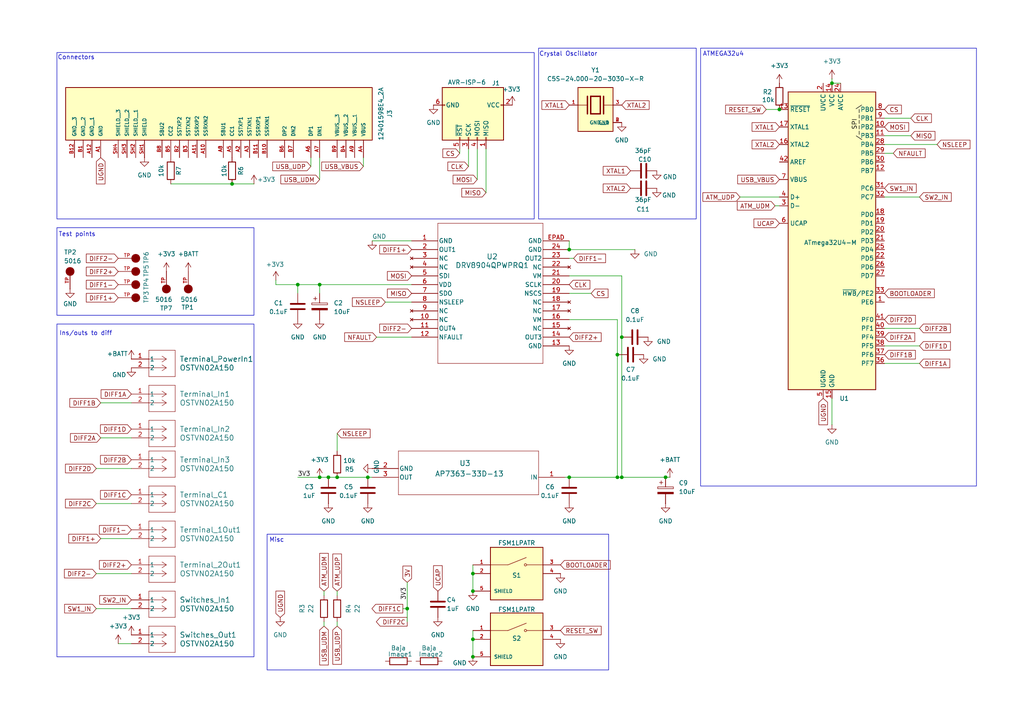
<source format=kicad_sch>
(kicad_sch (version 20250114) (generator "eeschema") (generator_version "9.0")
  (paper "A4")
  (title_block (title "Bucknell Baja Differential Control Board") (date "2025-05-19") (rev "1") (company "Bison Racing"))
  (lib_symbols
    (symbol "2025-05-10_19-18-56:DRV8904QPWPRQ1" (pin_names (offset 0.254))
      (property "Reference" "U" (at 22.86 10.16 0))
      (property "Value" "DRV8904QPWPRQ1" (at 22.86 7.62 0))
      (symbol "DRV8904QPWPRQ1_0_1"
        (pin power_out line (at 0 0 0) (length 7.62) (name "GND") (number "1"))
        (pin output line (at 0 -2.54 0) (length 7.62) (name "OUT1") (number "2"))
        (pin no_connect line (at 0 -5.08 0) (length 7.62) (name "NC") (number "3"))
        (pin no_connect line (at 0 -7.62 0) (length 7.62) (name "NC") (number "4"))
        (pin input line (at 0 -10.16 0) (length 7.62) (name "SDI") (number "5"))
        (pin power_in line (at 0 -12.7 0) (length 7.62) (name "VDD") (number "6"))
        (pin output line (at 0 -15.24 0) (length 7.62) (name "SDO") (number "7"))
        (pin input line (at 0 -17.78 0) (length 7.62) (name "NSLEEP") (number "8"))
        (pin no_connect line (at 0 -20.32 0) (length 7.62) (name "NC") (number "9"))
        (pin no_connect line (at 0 -22.86 0) (length 7.62) (name "NC") (number "10"))
        (pin output line (at 0 -25.4 0) (length 7.62) (name "OUT4") (number "11"))
        (pin output line (at 0 -27.94 0) (length 7.62) (name "NFAULT") (number "12"))
        (pin power_out line (at 45.72 0 180) (length 7.62) (name "GND") (number "EPAD"))
        (pin power_out line (at 45.72 -2.54 180) (length 7.62) (name "GND") (number "24"))
        (pin output line (at 45.72 -5.08 180) (length 7.62) (name "OUT2") (number "23"))
        (pin no_connect line (at 45.72 -7.62 180) (length 7.62) (name "NC") (number "22"))
        (pin power_in line (at 45.72 -10.16 180) (length 7.62) (name "VM") (number "21"))
        (pin input line (at 45.72 -12.7 180) (length 7.62) (name "SCLK") (number "20"))
        (pin input line (at 45.72 -15.24 180) (length 7.62) (name "NSCS") (number "19"))
        (pin no_connect line (at 45.72 -17.78 180) (length 7.62) (name "NC") (number "18"))
        (pin no_connect line (at 45.72 -20.32 180) (length 7.62) (name "NC") (number "17"))
        (pin power_in line (at 45.72 -22.86 180) (length 7.62) (name "VM") (number "16"))
        (pin no_connect line (at 45.72 -25.4 180) (length 7.62) (name "NC") (number "15"))
        (pin output line (at 45.72 -27.94 180) (length 7.62) (name "OUT3") (number "14"))
        (pin power_out line (at 45.72 -30.48 180) (length 7.62) (name "GND") (number "13"))
      )
    )
    (symbol "2025-05-12_01-07-32:AP7363-33D-13" (pin_names (offset 0.254))
      (property "Reference" "U" (at 27.94 10.16 0))
      (property "Value" "AP7363-33D-13" (at 27.94 7.62 0))
      (symbol "AP7363-33D-13_0_1"
        (pin input line (at 0 0 0) (length 7.62) (name "IN") (number "1"))
        (pin output line (at 55.88 0 180) (length 7.62) (name "OUT") (number "3"))
        (pin power_in line (at 55.88 -2.54 180) (length 7.62) (name "GND") (number "2"))
      )
    )
    (symbol "Connector:AVR-ISP-6" (pin_names (offset 1.016))
      (property "Reference" "J" (at -6.35 11.43 0))
      (property "Value" "AVR-ISP-6" (at 0 11.43 0))
      (symbol "AVR-ISP-6_1_1"
        (pin passive line (at -2.54 12.7 270) (length 2.54) (name "VCC") (number "2"))
        (pin passive line (at -2.54 -10.16 90) (length 2.54) (name "GND") (number "6"))
        (pin passive line (at 10.16 5.08 180) (length 2.54) (name "MISO") (number "1"))
        (pin passive line (at 10.16 2.54 180) (length 2.54) (name "MOSI") (number "4"))
        (pin passive line (at 10.16 0 180) (length 2.54) (name "SCK") (number "3"))
        (pin passive line (at 10.16 -2.54 180) (length 2.54) (name "~{RST}") (number "5"))
      )
    )
    (symbol "Device:C" (pin_numbers (hide yes)) (pin_names (offset 0.254))
      (property "Reference" "C" (at 0.635 2.54 0))
      (property "Value" "C" (at 0.635 -2.54 0))
      (symbol "C_1_1"
        (pin passive line (at 0 3.81 270) (length 2.794) (name "~") (number "1"))
        (pin passive line (at 0 -3.81 90) (length 2.794) (name "~") (number "2"))
      )
    )
    (symbol "Device:C_Polarized" (pin_numbers (hide yes)) (pin_names (offset 0.254))
      (property "Reference" "C" (at 0.635 2.54 0))
      (property "Value" "C_Polarized" (at 0.635 -2.54 0))
      (symbol "C_Polarized_1_1"
        (pin passive line (at 0 3.81 270) (length 2.794) (name "~") (number "1"))
        (pin passive line (at 0 -3.81 90) (length 2.794) (name "~") (number "2"))
      )
    )
    (symbol "Device:R" (pin_numbers (hide yes)) (pin_names (offset 0))
      (property "Reference" "R" (at 2.032 0 90))
      (property "Value" "R" (at 0 0 90))
      (symbol "R_1_1"
        (pin passive line (at 0 3.81 270) (length 1.27) (name "~") (number "1"))
        (pin passive line (at 0 -3.81 90) (length 1.27) (name "~") (number "2"))
      )
    )
    (symbol "MCU_Microchip_ATmega:ATmega32U4-M"
      (property "Reference" "U" (at -12.7 44.45 0))
      (property "Value" "ATmega32U4-M" (at 2.54 -44.45 0))
      (symbol "ATmega32U4-M_1_1"
        (pin input line (at -15.24 38.1 0) (length 2.54) (name "~{RESET}") (number "13"))
        (pin input line (at -15.24 33.02 0) (length 2.54) (name "XTAL1") (number "17"))
        (pin output line (at -15.24 27.94 0) (length 2.54) (name "XTAL2") (number "16"))
        (pin passive line (at -15.24 22.86 0) (length 2.54) (name "AREF") (number "42"))
        (pin input line (at -15.24 17.78 0) (length 2.54) (name "VBUS") (number "7"))
        (pin bidirectional line (at -15.24 12.7 0) (length 2.54) (name "D+") (number "4"))
        (pin bidirectional line (at -15.24 10.16 0) (length 2.54) (name "D-") (number "3"))
        (pin passive line (at -15.24 5.08 0) (length 2.54) (name "UCAP") (number "6"))
        (pin power_in line (at -2.54 45.72 270) (length 2.54) (name "UVCC") (number "2"))
        (pin passive line (at -2.54 -45.72 90) (length 2.54) (name "UGND") (number "5"))
        (pin power_in line (at 0 45.72 270) (length 2.54) (name "VCC") (number "14"))
        (pin passive line (at 0 45.72 270) (length 2.54) (hide yes) (name "VCC") (number "34"))
        (pin power_in line (at 0 -45.72 90) (length 2.54) (name "GND") (number "15"))
        (pin passive line (at 0 -45.72 90) (length 2.54) (hide yes) (name "GND") (number "23"))
        (pin passive line (at 0 -45.72 90) (length 2.54) (hide yes) (name "GND") (number "35"))
        (pin passive line (at 0 -45.72 90) (length 2.54) (hide yes) (name "GND") (number "43"))
        (pin passive line (at 0 -45.72 90) (length 2.54) (hide yes) (name "GND") (number "45"))
        (pin power_in line (at 2.54 45.72 270) (length 2.54) (name "AVCC") (number "24"))
        (pin passive line (at 2.54 45.72 270) (length 2.54) (hide yes) (name "AVCC") (number "44"))
        (pin bidirectional line (at 15.24 38.1 180) (length 2.54) (name "PB0") (number "8"))
        (pin bidirectional line (at 15.24 35.56 180) (length 2.54) (name "PB1") (number "9"))
        (pin bidirectional line (at 15.24 33.02 180) (length 2.54) (name "PB2") (number "10"))
        (pin bidirectional line (at 15.24 30.48 180) (length 2.54) (name "PB3") (number "11"))
        (pin bidirectional line (at 15.24 27.94 180) (length 2.54) (name "PB4") (number "28"))
        (pin bidirectional line (at 15.24 25.4 180) (length 2.54) (name "PB5") (number "29"))
        (pin bidirectional line (at 15.24 22.86 180) (length 2.54) (name "PB6") (number "30"))
        (pin bidirectional line (at 15.24 20.32 180) (length 2.54) (name "PB7") (number "12"))
        (pin bidirectional line (at 15.24 15.24 180) (length 2.54) (name "PC6") (number "31"))
        (pin bidirectional line (at 15.24 12.7 180) (length 2.54) (name "PC7") (number "32"))
        (pin bidirectional line (at 15.24 7.62 180) (length 2.54) (name "PD0") (number "18"))
        (pin bidirectional line (at 15.24 5.08 180) (length 2.54) (name "PD1") (number "19"))
        (pin bidirectional line (at 15.24 2.54 180) (length 2.54) (name "PD2") (number "20"))
        (pin bidirectional line (at 15.24 0 180) (length 2.54) (name "PD3") (number "21"))
        (pin bidirectional line (at 15.24 -2.54 180) (length 2.54) (name "PD4") (number "25"))
        (pin bidirectional line (at 15.24 -5.08 180) (length 2.54) (name "PD5") (number "22"))
        (pin bidirectional line (at 15.24 -7.62 180) (length 2.54) (name "PD6") (number "26"))
        (pin bidirectional line (at 15.24 -10.16 180) (length 2.54) (name "PD7") (number "27"))
        (pin bidirectional line (at 15.24 -15.24 180) (length 2.54) (name "~{HWB}/PE2") (number "33"))
        (pin bidirectional line (at 15.24 -17.78 180) (length 2.54) (name "PE6") (number "1"))
        (pin bidirectional line (at 15.24 -22.86 180) (length 2.54) (name "PF0") (number "41"))
        (pin bidirectional line (at 15.24 -25.4 180) (length 2.54) (name "PF1") (number "40"))
        (pin bidirectional line (at 15.24 -27.94 180) (length 2.54) (name "PF4") (number "39"))
        (pin bidirectional line (at 15.24 -30.48 180) (length 2.54) (name "PF5") (number "38"))
        (pin bidirectional line (at 15.24 -33.02 180) (length 2.54) (name "PF6") (number "37"))
        (pin bidirectional line (at 15.24 -35.56 180) (length 2.54) (name "PF7") (number "36"))
      )
    )
    (symbol "custom:12401598E4_2A" (pin_names (offset 1.016))
      (property "Reference" "J" (at -7.632 35.612 0))
      (property "Value" "12401598E4_2A" (at -7.6336 -61.0232 0))
      (symbol "12401598E4_2A_0_0"
        (pin power_in line (at 12.7 30.48 180) (length 5.08) (name "VBUS") (number "A4"))
        (pin power_in line (at 12.7 27.94 180) (length 5.08) (name "VBUS__1") (number "A9"))
        (pin power_in line (at 12.7 25.4 180) (length 5.08) (name "VBUS__2") (number "B4"))
        (pin power_in line (at 12.7 22.86 180) (length 5.08) (name "VBUS__3") (number "B9"))
        (pin passive line (at 12.7 17.78 180) (length 5.08) (name "DN1") (number "A7"))
        (pin passive line (at 12.7 15.24 180) (length 5.08) (name "DP1") (number "A6"))
        (pin passive line (at 12.7 10.16 180) (length 5.08) (name "DN2") (number "B7"))
        (pin passive line (at 12.7 7.62 180) (length 5.08) (name "DP2") (number "B6"))
        (pin passive line (at 12.7 2.54 180) (length 5.08) (name "SSRXN1") (number "B10"))
        (pin passive line (at 12.7 0 180) (length 5.08) (name "SSRXP1") (number "B11"))
        (pin passive line (at 12.7 -2.54 180) (length 5.08) (name "SSTXN1") (number "A3"))
        (pin passive line (at 12.7 -5.08 180) (length 5.08) (name "SSTXP1") (number "A2"))
        (pin passive line (at 12.7 -7.62 180) (length 5.08) (name "CC1") (number "A5"))
        (pin passive line (at 12.7 -10.16 180) (length 5.08) (name "SBU1") (number "A8"))
        (pin passive line (at 12.7 -15.24 180) (length 5.08) (name "SSRXN2") (number "A10"))
        (pin passive line (at 12.7 -17.78 180) (length 5.08) (name "SSRXP2") (number "A11"))
        (pin passive line (at 12.7 -20.32 180) (length 5.08) (name "SSTXN2") (number "B3"))
        (pin passive line (at 12.7 -22.86 180) (length 5.08) (name "SSTXP2") (number "B2"))
        (pin passive line (at 12.7 -25.4 180) (length 5.08) (name "CC2") (number "B5"))
        (pin passive line (at 12.7 -27.94 180) (length 5.08) (name "SBU2") (number "B8"))
        (pin power_in line (at 12.7 -33.02 180) (length 5.08) (name "SHIELD") (number "SH1"))
        (pin power_in line (at 12.7 -35.56 180) (length 5.08) (name "SHIELD__1") (number "SH2"))
        (pin power_in line (at 12.7 -38.1 180) (length 5.08) (name "SHIELD__2") (number "SH3"))
        (pin power_in line (at 12.7 -40.64 180) (length 5.08) (name "SHIELD__3") (number "SH4"))
        (pin power_in line (at 12.7 -45.72 180) (length 5.08) (name "GND") (number "A1"))
        (pin power_in line (at 12.7 -48.26 180) (length 5.08) (name "GND__1") (number "A12"))
        (pin power_in line (at 12.7 -50.8 180) (length 5.08) (name "GND__2") (number "B1"))
        (pin power_in line (at 12.7 -53.34 180) (length 5.08) (name "GND__3") (number "B12"))
      )
    )
    (symbol "custom:5016" (pin_names (offset 1.016))
      (property "Reference" "TP" (at -2.5444 2.5415 0))
      (property "Value" "5016" (at -2.55 -5.0866 0))
      (symbol "5016_0_0"
        (pin passive line (at -5.08 0 0) (length 5.08) (name "~") (number "TP"))
      )
    )
    (symbol "custom:C5S-24.000-20-3030-X-R" (pin_names (offset 1.016))
      (property "Reference" "Y" (at -5.0878 6.3559 0))
      (property "Value" "C5S-24.000-20-3030-X-R" (at -5.0944 -10.16 0))
      (symbol "C5S-24.000-20-3030-X-R_0_0"
        (pin passive line (at -7.62 0 0) (length 2.54) (name "~") (number "1"))
        (pin passive line (at 7.62 0 180) (length 2.54) (name "~") (number "3"))
        (pin power_in line (at 7.62 -5.08 180) (length 2.54) (name "GND") (number "2"))
        (pin power_in line (at 7.62 -5.08 180) (length 2.54) (name "GND__1") (number "4"))
      )
    )
    (symbol "custom:FSM1LPATR" (pin_names (offset 1.016))
      (property "Reference" "S" (at -7.62 6.35 0))
      (property "Value" "FSM1LPATR" (at -7.62 -12.7 0))
      (symbol "FSM1LPATR_0_0"
        (pin passive line (at -12.7 0 0) (length 5.08) (name "~") (number "1"))
        (pin passive line (at -12.7 -2.54 0) (length 5.08) (name "~") (number "2"))
        (pin passive line (at -12.7 -7.62 0) (length 5.08) (name "SHIELD") (number "5"))
        (pin passive line (at 12.7 0 180) (length 5.08) (name "~") (number "3"))
        (pin passive line (at 12.7 -2.54 180) (length 5.08) (name "~") (number "4"))
      )
    )
    (symbol "custom:OSTVN02A150" (pin_names (offset 0.254))
      (property "Reference" "J" (at 8.89 6.35 0))
      (property "Value" "OSTVN02A150" (at 6.35 3.81 0))
      (symbol "OSTVN02A150_1_1"
        (pin unspecified line (at 0 0 0) (length 5.08) (name "1") (number "1"))
        (pin unspecified line (at 0 -2.54 0) (length 5.08) (name "2") (number "2"))
      )
      (symbol "OSTVN02A150_1_2"
        (pin unspecified line (at 0 0 0) (length 5.08) (name "1") (number "1"))
        (pin unspecified line (at 0 -2.54 0) (length 5.08) (name "2") (number "2"))
      )
    )
    (symbol "power:+3V3" (power) (pin_numbers (hide yes)) (pin_names (offset 0) (hide yes))
      (property "Value" "+3V3" (at 0 3.556 0))
      (symbol "+3V3_1_1"
        (pin power_in line (at 0 0 90) (length 0) (name "~") (number "1"))
      )
    )
    (symbol "power:+BATT" (power) (pin_numbers (hide yes)) (pin_names (offset 0) (hide yes))
      (property "Value" "+BATT" (at 0 3.556 0))
      (symbol "+BATT_1_1"
        (pin power_in line (at 0 0 90) (length 0) (name "~") (number "1"))
      )
    )
    (symbol "power:GND" (power) (pin_numbers (hide yes)) (pin_names (offset 0) (hide yes))
      (property "Value" "GND" (at 0 -3.81 0))
      (symbol "GND_1_1"
        (pin power_in line (at 0 0 270) (length 0) (name "~") (number "1"))
      )
    )
  )
  (rectangle (start 77.47 154.94) (end 176.53 194.31))
  (rectangle (start 16.51 15.24) (end 154.94 63.5))
  (rectangle (start 156.21 13.97) (end 201.93 63.5))
  (rectangle (start 16.51 66.04) (end 73.66 91.44))
  (rectangle (start 16.51 93.98) (end 73.66 190.5))
  (rectangle (start 203.2 13.97) (end 283.21 140.97))
  (text "Misc" (at 80.264 156.718 0) (effects (font (size 1.27 1.27))))
  (text "Test points" (at 22.352 68.072 0) (effects (font (size 1.27 1.27))))
  (text "Ins/outs to diff" (at 24.892 96.774 0) (effects (font (size 1.27 1.27))))
  (text "Crystal Oscillator" (at 164.846 15.748 0) (effects (font (size 1.27 1.27))))
  (text "ATMEGA32u4" (at 209.804 15.748 0) (effects (font (size 1.27 1.27))))
  (text "Connectors" (at 22.098 16.764 0) (effects (font (size 1.27 1.27))))
  (junction (at 179.07 138.43))
  (junction (at 179.07 102.87))
  (junction (at 92.71 138.43))
  (junction (at 226.06 31.75))
  (junction (at 118.11 176.53))
  (junction (at 165.1 72.39))
  (junction (at 165.1 138.43))
  (junction (at 241.3 24.13))
  (junction (at 92.71 82.55))
  (junction (at 97.79 138.43))
  (junction (at 180.34 138.43))
  (junction (at 106.68 138.43))
  (junction (at 86.36 82.55))
  (junction (at 193.04 138.43))
  (junction (at 95.25 138.43))
  (junction (at 180.34 97.79))
  (junction (at 137.16 185.42))
  (junction (at 137.16 166.37))
  (junction (at 67.31 53.34))
  (junction (at 137.16 190.5))
  (junction (at 137.16 171.45))
  (wire (pts (xy 92.71 82.55) (xy 92.71 85.09)))
  (wire (pts (xy 264.16 34.29) (xy 256.54 34.29)))
  (wire (pts (xy 224.79 59.69) (xy 226.06 59.69)))
  (wire (pts (xy 165.1 80.01) (xy 180.34 80.01)))
  (wire (pts (xy 97.79 125.73) (xy 97.79 130.81)))
  (wire (pts (xy 92.71 52.07) (xy 92.71 45.72)))
  (wire (pts (xy 67.31 53.34) (xy 49.53 53.34)))
  (wire (pts (xy 140.97 55.88) (xy 140.97 43.18)))
  (wire (pts (xy 180.34 138.43) (xy 193.04 138.43)))
  (wire (pts (xy 133.35 44.45) (xy 133.35 43.18)))
  (wire (pts (xy 137.16 182.88) (xy 137.16 185.42)))
  (wire (pts (xy 193.04 138.43) (xy 194.31 138.43)))
  (wire (pts (xy 256.54 39.37) (xy 264.16 39.37)))
  (wire (pts (xy 266.7 57.15) (xy 256.54 57.15)))
  (wire (pts (xy 106.68 138.43) (xy 97.79 138.43)))
  (wire (pts (xy 105.41 48.26) (xy 105.41 45.72)))
  (wire (pts (xy 95.25 138.43) (xy 92.71 138.43)))
  (wire (pts (xy 266.7 100.33) (xy 256.54 100.33)))
  (wire (pts (xy 97.79 138.43) (xy 95.25 138.43)))
  (wire (pts (xy 90.17 48.26) (xy 90.17 45.72)))
  (wire (pts (xy 165.1 92.71) (xy 179.07 92.71)))
  (wire (pts (xy 92.71 82.55) (xy 119.38 82.55)))
  (wire (pts (xy 29.21 127) (xy 38.1 127)))
  (wire (pts (xy 29.21 156.21) (xy 38.1 156.21)))
  (wire (pts (xy 222.25 31.75) (xy 226.06 31.75)))
  (wire (pts (xy 137.16 163.83) (xy 137.16 166.37)))
  (wire (pts (xy 97.79 181.61) (xy 97.79 180.34)))
  (wire (pts (xy 138.43 52.07) (xy 138.43 43.18)))
  (wire (pts (xy 271.78 41.91) (xy 256.54 41.91)))
  (wire (pts (xy 93.98 172.72) (xy 93.98 171.45)))
  (wire (pts (xy 179.07 102.87) (xy 179.07 138.43)))
  (wire (pts (xy 179.07 138.43) (xy 180.34 138.43)))
  (wire (pts (xy 86.36 82.55) (xy 92.71 82.55)))
  (wire (pts (xy 27.94 146.05) (xy 38.1 146.05)))
  (wire (pts (xy 80.01 81.28) (xy 80.01 82.55)))
  (wire (pts (xy 93.98 181.61) (xy 93.98 180.34)))
  (wire (pts (xy 109.22 97.79) (xy 119.38 97.79)))
  (wire (pts (xy 34.29 186.69) (xy 38.1 186.69)))
  (wire (pts (xy 241.3 22.86) (xy 241.3 24.13)))
  (wire (pts (xy 29.21 116.84) (xy 38.1 116.84)))
  (wire (pts (xy 118.11 176.53) (xy 118.11 180.34)))
  (wire (pts (xy 73.66 53.34) (xy 67.31 53.34)))
  (wire (pts (xy 107.95 138.43) (xy 106.68 138.43)))
  (wire (pts (xy 116.84 176.53) (xy 118.11 176.53)))
  (wire (pts (xy 180.34 80.01) (xy 180.34 97.79)))
  (wire (pts (xy 137.16 166.37) (xy 137.16 171.45)))
  (wire (pts (xy 27.94 166.37) (xy 38.1 166.37)))
  (wire (pts (xy 266.7 105.41) (xy 256.54 105.41)))
  (wire (pts (xy 80.01 82.55) (xy 86.36 82.55)))
  (wire (pts (xy 165.1 74.93) (xy 166.37 74.93)))
  (wire (pts (xy 163.83 138.43) (xy 165.1 138.43)))
  (wire (pts (xy 111.76 87.63) (xy 119.38 87.63)))
  (wire (pts (xy 266.7 95.25) (xy 256.54 95.25)))
  (wire (pts (xy 86.36 82.55) (xy 86.36 85.09)))
  (wire (pts (xy 27.94 176.53) (xy 38.1 176.53)))
  (wire (pts (xy 171.45 85.09) (xy 165.1 85.09)))
  (wire (pts (xy 97.79 172.72) (xy 97.79 171.45)))
  (wire (pts (xy 27.94 135.89) (xy 38.1 135.89)))
  (wire (pts (xy 118.11 168.91) (xy 118.11 176.53)))
  (wire (pts (xy 184.15 72.39) (xy 165.1 72.39)))
  (wire (pts (xy 135.89 48.26) (xy 135.89 43.18)))
  (wire (pts (xy 241.3 123.19) (xy 241.3 115.57)))
  (wire (pts (xy 165.1 69.85) (xy 165.1 72.39)))
  (wire (pts (xy 214.63 57.15) (xy 226.06 57.15)))
  (wire (pts (xy 137.16 185.42) (xy 137.16 190.5)))
  (wire (pts (xy 256.54 44.45) (xy 259.08 44.45)))
  (wire (pts (xy 180.34 97.79) (xy 180.34 138.43)))
  (wire (pts (xy 179.07 92.71) (xy 179.07 102.87)))
  (wire (pts (xy 107.95 69.85) (xy 119.38 69.85)))
  (wire (pts (xy 165.1 138.43) (xy 179.07 138.43)))
  (wire (pts (xy 86.36 138.43) (xy 92.71 138.43)))
  (wire (pts (xy 241.3 24.13) (xy 243.84 24.13)))
  (label "/-----\\" (at 250.19 30.48 270))
  (label "3V3" (at 86.36 138.43 0))
  (label "SPI" (at 248.92 34.29 270))
  (label "3V3" (at 118.11 173.99 90))
  (global_label "DIFF2B" (shape input) (at 38.1 133.35 180) (property "Intersheetrefs" "${INTERSHEET_REFS}" (effects (hide yes))))
  (global_label "CLK" (shape input) (at 135.89 48.26 180) (property "Intersheetrefs" "${INTERSHEET_REFS}" (effects (hide yes))))
  (global_label "RESET_SW" (shape input) (at 162.56 182.88 0) (property "Intersheetrefs" "${INTERSHEET_REFS}" (effects (hide yes))))
  (global_label "DIFF2B" (shape input) (at 266.7 95.25 0) (property "Intersheetrefs" "${INTERSHEET_REFS}" (effects (hide yes))))
  (global_label "CLK" (shape input) (at 165.1 82.55 0) (property "Intersheetrefs" "${INTERSHEET_REFS}" (effects (hide yes))))
  (global_label "UCAP" (shape input) (at 226.06 64.77 180) (property "Intersheetrefs" "${INTERSHEET_REFS}" (effects (hide yes))))
  (global_label "DIFF2A" (shape input) (at 29.21 127 180) (property "Intersheetrefs" "${INTERSHEET_REFS}" (effects (hide yes))))
  (global_label "USB_UDM" (shape input) (at 92.71 52.07 180) (property "Intersheetrefs" "${INTERSHEET_REFS}" (effects (hide yes))))
  (global_label "DIFF2+" (shape input) (at 38.1 163.83 180) (property "Intersheetrefs" "${INTERSHEET_REFS}" (effects (hide yes))))
  (global_label "RESET_SW" (shape input) (at 222.25 31.75 180) (property "Intersheetrefs" "${INTERSHEET_REFS}" (effects (hide yes))))
  (global_label "NSLEEP" (shape input) (at 271.78 41.91 0) (property "Intersheetrefs" "${INTERSHEET_REFS}" (effects (hide yes))))
  (global_label "XTAL2" (shape input) (at 226.06 41.91 180) (property "Intersheetrefs" "${INTERSHEET_REFS}" (effects (hide yes))))
  (global_label "XTAL2" (shape input) (at 182.88 54.61 180) (property "Intersheetrefs" "${INTERSHEET_REFS}" (effects (hide yes))))
  (global_label "DIFF2+" (shape input) (at 165.1 97.79 0) (property "Intersheetrefs" "${INTERSHEET_REFS}" (effects (hide yes))))
  (global_label "USB_UDP" (shape input) (at 90.17 48.26 180) (property "Intersheetrefs" "${INTERSHEET_REFS}" (effects (hide yes))))
  (global_label "DIFF1C" (shape output) (at 116.84 176.53 180) (property "Intersheetrefs" "${INTERSHEET_REFS}" (effects (hide yes))))
  (global_label "USB_VBUS" (shape input) (at 226.06 52.07 180) (property "Intersheetrefs" "${INTERSHEET_REFS}" (effects (hide yes))))
  (global_label "DIFF1B" (shape input) (at 29.21 116.84 180) (property "Intersheetrefs" "${INTERSHEET_REFS}" (effects (hide yes))))
  (global_label "MISO" (shape input) (at 140.97 55.88 180) (property "Intersheetrefs" "${INTERSHEET_REFS}" (effects (hide yes))))
  (global_label "DIFF1B" (shape input) (at 256.54 102.87 0) (property "Intersheetrefs" "${INTERSHEET_REFS}" (effects (hide yes))))
  (global_label "MOSI" (shape input) (at 256.54 36.83 0) (property "Intersheetrefs" "${INTERSHEET_REFS}" (effects (hide yes))))
  (global_label "XTAL1" (shape input) (at 165.1 30.48 180) (property "Intersheetrefs" "${INTERSHEET_REFS}" (effects (hide yes))))
  (global_label "DIFF2C" (shape output) (at 118.11 180.34 180) (property "Intersheetrefs" "${INTERSHEET_REFS}" (effects (hide yes))))
  (global_label "DIFF2+" (shape input) (at 34.29 78.74 180) (property "Intersheetrefs" "${INTERSHEET_REFS}" (effects (hide yes))))
  (global_label "NFAULT" (shape input) (at 109.22 97.79 180) (property "Intersheetrefs" "${INTERSHEET_REFS}" (effects (hide yes))))
  (global_label "XTAL2" (shape input) (at 180.34 30.48 0) (property "Intersheetrefs" "${INTERSHEET_REFS}" (effects (hide yes))))
  (global_label "DIFF1C" (shape input) (at 38.1 143.51 180) (property "Intersheetrefs" "${INTERSHEET_REFS}" (effects (hide yes))))
  (global_label "XTAL1" (shape input) (at 226.06 36.83 180) (property "Intersheetrefs" "${INTERSHEET_REFS}" (effects (hide yes))))
  (global_label "UGND" (shape input) (at 238.76 115.57 270) (property "Intersheetrefs" "${INTERSHEET_REFS}" (effects (hide yes))))
  (global_label "CS" (shape input) (at 171.45 85.09 0) (property "Intersheetrefs" "${INTERSHEET_REFS}" (effects (hide yes))))
  (global_label "ATM_UDP" (shape input) (at 214.63 57.15 180) (property "Intersheetrefs" "${INTERSHEET_REFS}" (effects (hide yes))))
  (global_label "NFAULT" (shape input) (at 259.08 44.45 0) (property "Intersheetrefs" "${INTERSHEET_REFS}" (effects (hide yes))))
  (global_label "DIFF1+" (shape input) (at 119.38 72.39 180) (property "Intersheetrefs" "${INTERSHEET_REFS}" (effects (hide yes))))
  (global_label "3V" (shape input) (at 118.11 168.91 90) (property "Intersheetrefs" "${INTERSHEET_REFS}" (effects (hide yes))))
  (global_label "MOSI" (shape input) (at 138.43 52.07 180) (property "Intersheetrefs" "${INTERSHEET_REFS}" (effects (hide yes))))
  (global_label "DIFF2C" (shape input) (at 27.94 146.05 180) (property "Intersheetrefs" "${INTERSHEET_REFS}" (effects (hide yes))))
  (global_label "ATM_UDP" (shape input) (at 97.79 171.45 90) (property "Intersheetrefs" "${INTERSHEET_REFS}" (effects (hide yes))))
  (global_label "DIFF2A" (shape input) (at 256.54 97.79 0) (property "Intersheetrefs" "${INTERSHEET_REFS}" (effects (hide yes))))
  (global_label "DIFF2-" (shape input) (at 27.94 166.37 180) (property "Intersheetrefs" "${INTERSHEET_REFS}" (effects (hide yes))))
  (global_label "CLK" (shape input) (at 264.16 34.29 0) (property "Intersheetrefs" "${INTERSHEET_REFS}" (effects (hide yes))))
  (global_label "UGND" (shape input) (at 29.21 45.72 270) (property "Intersheetrefs" "${INTERSHEET_REFS}" (effects (hide yes))))
  (global_label "ATM_UDM" (shape input) (at 224.79 59.69 180) (property "Intersheetrefs" "${INTERSHEET_REFS}" (effects (hide yes))))
  (global_label "USB_UDM" (shape input) (at 93.98 181.61 270) (property "Intersheetrefs" "${INTERSHEET_REFS}" (effects (hide yes))))
  (global_label "UGND" (shape input) (at 81.28 179.07 90) (property "Intersheetrefs" "${INTERSHEET_REFS}" (effects (hide yes))))
  (global_label "DIFF2D" (shape input) (at 256.54 92.71 0) (property "Intersheetrefs" "${INTERSHEET_REFS}" (effects (hide yes))))
  (global_label "DIFF1D" (shape input) (at 38.1 124.46 180) (property "Intersheetrefs" "${INTERSHEET_REFS}" (effects (hide yes))))
  (global_label "NSLEEP" (shape input) (at 111.76 87.63 180) (property "Intersheetrefs" "${INTERSHEET_REFS}" (effects (hide yes))))
  (global_label "DIFF2-" (shape input) (at 34.29 74.93 180) (property "Intersheetrefs" "${INTERSHEET_REFS}" (effects (hide yes))))
  (global_label "DIFF1-" (shape input) (at 34.29 82.55 180) (property "Intersheetrefs" "${INTERSHEET_REFS}" (effects (hide yes))))
  (global_label "DIFF2D" (shape input) (at 27.94 135.89 180) (property "Intersheetrefs" "${INTERSHEET_REFS}" (effects (hide yes))))
  (global_label "UCAP" (shape input) (at 127 171.45 90) (property "Intersheetrefs" "${INTERSHEET_REFS}" (effects (hide yes))))
  (global_label "MISO" (shape input) (at 119.38 85.09 180) (property "Intersheetrefs" "${INTERSHEET_REFS}" (effects (hide yes))))
  (global_label "SW2_IN" (shape input) (at 266.7 57.15 0) (property "Intersheetrefs" "${INTERSHEET_REFS}" (effects (hide yes))))
  (global_label "BOOTLOADER" (shape input) (at 256.54 85.09 0) (property "Intersheetrefs" "${INTERSHEET_REFS}" (effects (hide yes))))
  (global_label "DIFF1D" (shape input) (at 266.7 100.33 0) (property "Intersheetrefs" "${INTERSHEET_REFS}" (effects (hide yes))))
  (global_label "SW1_IN" (shape input) (at 256.54 54.61 0) (property "Intersheetrefs" "${INTERSHEET_REFS}" (effects (hide yes))))
  (global_label "SW2_IN" (shape input) (at 38.1 173.99 180) (property "Intersheetrefs" "${INTERSHEET_REFS}" (effects (hide yes))))
  (global_label "DIFF1+" (shape input) (at 29.21 156.21 180) (property "Intersheetrefs" "${INTERSHEET_REFS}" (effects (hide yes))))
  (global_label "DIFF1-" (shape input) (at 166.37 74.93 0) (property "Intersheetrefs" "${INTERSHEET_REFS}" (effects (hide yes))))
  (global_label "XTAL1" (shape input) (at 182.88 49.53 180) (property "Intersheetrefs" "${INTERSHEET_REFS}" (effects (hide yes))))
  (global_label "DIFF1A" (shape input) (at 266.7 105.41 0) (property "Intersheetrefs" "${INTERSHEET_REFS}" (effects (hide yes))))
  (global_label "NSLEEP" (shape input) (at 97.79 125.73 0) (property "Intersheetrefs" "${INTERSHEET_REFS}" (effects (hide yes))))
  (global_label "USB_UDP" (shape input) (at 97.79 181.61 270) (property "Intersheetrefs" "${INTERSHEET_REFS}" (effects (hide yes))))
  (global_label "DIFF2-" (shape input) (at 119.38 95.25 180) (property "Intersheetrefs" "${INTERSHEET_REFS}" (effects (hide yes))))
  (global_label "DIFF1-" (shape input) (at 38.1 153.67 180) (property "Intersheetrefs" "${INTERSHEET_REFS}" (effects (hide yes))))
  (global_label "SW1_IN" (shape input) (at 27.94 176.53 180) (property "Intersheetrefs" "${INTERSHEET_REFS}" (effects (hide yes))))
  (global_label "DIFF1A" (shape input) (at 38.1 114.3 180) (property "Intersheetrefs" "${INTERSHEET_REFS}" (effects (hide yes))))
  (global_label "DIFF1+" (shape input) (at 34.29 86.36 180) (property "Intersheetrefs" "${INTERSHEET_REFS}" (effects (hide yes))))
  (global_label "BOOTLOADER" (shape input) (at 162.56 163.83 0) (property "Intersheetrefs" "${INTERSHEET_REFS}" (effects (hide yes))))
  (global_label "ATM_UDM" (shape input) (at 93.98 171.45 90) (property "Intersheetrefs" "${INTERSHEET_REFS}" (effects (hide yes))))
  (global_label "CS" (shape input) (at 256.54 31.75 0) (property "Intersheetrefs" "${INTERSHEET_REFS}" (effects (hide yes))))
  (global_label "MISO" (shape input) (at 264.16 39.37 0) (property "Intersheetrefs" "${INTERSHEET_REFS}" (effects (hide yes))))
  (global_label "CS" (shape input) (at 133.35 44.45 180) (property "Intersheetrefs" "${INTERSHEET_REFS}" (effects (hide yes))))
  (global_label "MOSI" (shape input) (at 119.38 80.01 180) (property "Intersheetrefs" "${INTERSHEET_REFS}" (effects (hide yes))))
  (global_label "USB_VBUS" (shape input) (at 105.41 48.26 180) (property "Intersheetrefs" "${INTERSHEET_REFS}" (effects (hide yes))))
  (symbol (lib_id "power:GND") (at 137.16 190.5 0) (unit 1)
    (property "Reference" "#PWR041" (effects (hide yes)))
    (property "Value" "GND" (at 135.382 192.278 0) (effects (justify right)))
    (property "Description" "Power symbol creates a global label with name \"GND\" , ground" (effects (hide yes)))
  )
  (symbol (lib_id "power:+3V3") (at 73.66 53.34 0) (unit 1)
    (property "Reference" "#PWR028" (effects (hide yes)))
    (property "Value" "+3V3" (at 77.216 52.07 0))
    (property "Description" "Power symbol creates a global label with name \"+3V3\"" (effects (hide yes)))
  )
  (symbol (lib_id "custom:OSTVN02A150") (at 38.1 173.99 0) (unit 1)
    (property "Reference" "Switches_In1" (at 52.07 173.9899 0) (effects (font (size 1.524 1.524)) (justify left)))
    (property "Value" "OSTVN02A150" (at 52.07 176.5299 0) (effects (font (size 1.524 1.524)) (justify left)))
    (property "Footprint" "CONN_OSTVN02A150_OST" (effects (hide yes)))
    (property "Datasheet" "OSTVN02A150" (effects (hide yes)))
  )
  (symbol (lib_id "Device:C") (at 182.88 102.87 90) (unit 1)
    (property "Reference" "C7" (at 182.88 107.188 90))
    (property "Value" "0.1uF" (at 182.88 109.728 90))
    (property "Footprint" "Capacitor_SMD:C_0805_2012Metric" (effects (hide yes)))
    (property "Description" "Unpolarized capacitor" (effects (hide yes)))
  )
  (symbol (lib_id "2025-05-12_01-07-32:AP7363-33D-13") (at 163.83 138.43 180) (unit 1)
    (property "Reference" "U3" (at 134.874 134.366 0) (effects (font (size 1.524 1.524))))
    (property "Value" "AP7363-33D-13" (at 136.144 137.414 0) (effects (font (size 1.524 1.524))))
    (property "Footprint" "Package_TO_SOT_SMD:TO-252-2" (effects (hide yes)))
    (property "Datasheet" "AP7363-33D-13" (effects (hide yes)))
  )
  (symbol (lib_id "custom:5016") (at 39.37 86.36 0) (unit 1)
    (property "Reference" "TP3" (at 42.418 84.328 90) (effects (justify right)))
    (property "Value" "5016" (effects (hide yes)))
    (property "Footprint" "custom:KEYSTONE_5016" (effects (hide yes)))
    (property "PARTREV" "D" (effects (hide yes)))
    (property "STANDARD" "Manufacturer Recommendations" (effects (hide yes)))
    (property "SNAPEDA_PN" "5016" (effects (hide yes)))
    (property "MAXIMUM_PACKAGE_HEIGHT" "2.29 mm" (effects (hide yes)))
    (property "MANUFACTURER" "Keystone Electronics" (effects (hide yes)))
  )
  (symbol (lib_id "MCU_Microchip_ATmega:ATmega32U4-M") (at 241.3 69.85 0) (unit 1)
    (property "Reference" "U1" (at 243.4941 115.57 0) (effects (justify left)))
    (property "Value" "ATmega32U4-M" (at 233.172 70.358 0) (effects (justify left)))
    (property "Footprint" "Package_DFN_QFN:QFN-44-1EP_7x7mm_P0.5mm_EP5.2x5.2mm" (effects (hide yes)))
    (property "Datasheet" "http://ww1.microchip.com/downloads/en/DeviceDoc/Atmel-7766-8-bit-AVR-ATmega16U4-32U4_Datasheet.pdf" (effects (hide yes)))
    (property "Description" "16MHz, 32kB Flash, 2.5kB SRAM, 1kB EEPROM, USB 2.0, QFN-44" (effects (hide yes)))
  )
  (symbol (lib_id "Device:R") (at 226.06 27.94 180) (unit 1)
    (property "Reference" "R2" (at 221.234 26.67 0) (effects (justify right)))
    (property "Value" "10k" (at 220.98 28.956 0) (effects (justify right)))
    (property "Footprint" "Resistor_SMD:R_0805_2012Metric" (effects (hide yes)))
    (property "Description" "Resistor" (effects (hide yes)))
  )
  (symbol (lib_id "power:+3V3") (at 80.01 81.28 0) (unit 1)
    (property "Reference" "#PWR010" (effects (hide yes)))
    (property "Value" "+3V3" (at 79.756 76.708 0))
    (property "Description" "Power symbol creates a global label with name \"+3V3\"" (effects (hide yes)))
  )
  (symbol (lib_id "power:GND") (at 165.1 100.33 0) (unit 1)
    (property "Reference" "#PWR019" (effects (hide yes)))
    (property "Value" "GND" (at 165.1 105.41 0))
    (property "Description" "Power symbol creates a global label with name \"GND\" , ground" (effects (hide yes)))
  )
  (symbol (lib_id "power:GND") (at 190.5 54.61 0) (unit 1)
    (property "Reference" "#PWR030" (effects (hide yes)))
    (property "Value" "GND" (at 194.056 56.642 0))
    (property "Description" "Power symbol creates a global label with name \"GND\" , ground" (effects (hide yes)))
  )
  (symbol (lib_id "power:+BATT") (at 194.31 138.43 0) (unit 1)
    (property "Reference" "#PWR025" (effects (hide yes)))
    (property "Value" "+BATT" (at 194.31 133.35 0))
    (property "Description" "Power symbol creates a global label with name \"+BATT\"" (effects (hide yes)))
  )
  (symbol (lib_id "power:GND") (at 125.73 30.48 0) (unit 1)
    (property "Reference" "#PWR02" (effects (hide yes)))
    (property "Value" "GND" (at 125.73 35.56 0))
    (property "Description" "Power symbol creates a global label with name \"GND\" , ground" (effects (hide yes)))
  )
  (symbol (lib_id "power:GND") (at 184.15 72.39 0) (unit 1)
    (property "Reference" "#PWR021" (effects (hide yes)))
    (property "Value" "GND" (at 186.69 73.6599 0) (effects (justify left)))
    (property "Description" "Power symbol creates a global label with name \"GND\" , ground" (effects (hide yes)))
  )
  (symbol (lib_id "Device:C") (at 186.69 54.61 90) (unit 1)
    (property "Reference" "C11" (at 188.468 60.706 90) (effects (justify left)))
    (property "Value" "36pF" (at 188.976 57.912 90) (effects (justify left)))
    (property "Footprint" "Capacitor_SMD:C_0805_2012Metric" (effects (hide yes)))
    (property "Description" "Unpolarized capacitor" (effects (hide yes)))
  )
  (symbol (lib_id "Device:C") (at 186.69 49.53 90) (unit 1)
    (property "Reference" "C10" (at 188.976 46.228 90) (effects (justify left)))
    (property "Value" "36pF" (at 188.976 43.688 90) (effects (justify left)))
    (property "Footprint" "Capacitor_SMD:C_0805_2012Metric" (effects (hide yes)))
    (property "Description" "Unpolarized capacitor" (effects (hide yes)))
  )
  (symbol (lib_id "Device:R") (at 67.31 49.53 0) (unit 1)
    (property "Reference" "R6" (at 69.85 49.53 90))
    (property "Value" "10k" (at 65.024 49.53 90))
    (property "Footprint" "Resistor_SMD:R_0805_2012Metric" (effects (hide yes)))
    (property "Description" "Resistor" (effects (hide yes)))
  )
  (symbol (lib_id "2025-05-10_19-18-56:DRV8904QPWPRQ1") (at 119.38 69.85 0) (unit 1)
    (property "Reference" "U2" (at 142.748 74.422 0) (effects (font (size 1.524 1.524))))
    (property "Value" "DRV8904QPWPRQ1" (at 142.748 76.962 0) (effects (font (size 1.524 1.524))))
    (property "Footprint" "custom:HTSSOP24_PWP_TEX" (effects (hide yes)))
    (property "Datasheet" "DRV8904QPWPRQ1" (effects (hide yes)))
  )
  (symbol (lib_id "power:GND") (at 38.1 106.68 0) (unit 1)
    (property "Reference" "#PWR05" (effects (hide yes)))
    (property "Value" "GND" (at 32.512 108.712 0) (effects (justify left)))
    (property "Description" "Power symbol creates a global label with name \"GND\" , ground" (effects (hide yes)))
  )
  (symbol (lib_id "Device:C") (at 95.25 142.24 0) (unit 1)
    (property "Reference" "C3" (at 89.662 141.224 0))
    (property "Value" "1uF" (at 89.662 143.764 0))
    (property "Footprint" "Capacitor_SMD:C_0805_2012Metric" (effects (hide yes)))
    (property "Description" "Unpolarized capacitor" (effects (hide yes)))
  )
  (symbol (lib_id "power:GND") (at 165.1 146.05 0) (unit 1)
    (property "Reference" "#PWR020" (effects (hide yes)))
    (property "Value" "GND" (at 167.132 151.13 0) (effects (justify right)))
    (property "Description" "Power symbol creates a global label with name \"GND\" , ground" (effects (hide yes)))
  )
  (symbol (lib_id "power:GND") (at 81.28 179.07 0) (unit 1)
    (property "Reference" "#PWR026" (effects (hide yes)))
    (property "Value" "GND" (at 81.28 184.15 0))
    (property "Description" "Power symbol creates a global label with name \"GND\" , ground" (effects (hide yes)))
  )
  (symbol (lib_id "custom:OSTVN02A150") (at 38.1 153.67 0) (unit 1)
    (property "Reference" "Terminal_1Out1" (at 52.07 153.6699 0) (effects (font (size 1.524 1.524)) (justify left)))
    (property "Value" "OSTVN02A150" (at 52.07 156.2099 0) (effects (font (size 1.524 1.524)) (justify left)))
    (property "Footprint" "CONN_OSTVN02A150_OST" (effects (hide yes)))
    (property "Datasheet" "OSTVN02A150" (effects (hide yes)))
  )
  (symbol (lib_id "power:+3V3") (at 241.3 22.86 0) (unit 1)
    (property "Reference" "#PWR08" (effects (hide yes)))
    (property "Value" "+3V3" (at 241.3 17.78 0))
    (property "Description" "Power symbol creates a global label with name \"+3V3\"" (effects (hide yes)))
  )
  (symbol (lib_id "custom:OSTVN02A150") (at 38.1 114.3 0) (unit 1)
    (property "Reference" "Terminal_In1" (at 52.07 114.2999 0) (effects (font (size 1.524 1.524)) (justify left)))
    (property "Value" "OSTVN02A150" (at 52.07 116.8399 0) (effects (font (size 1.524 1.524)) (justify left)))
    (property "Footprint" "CONN_OSTVN02A150_OST" (effects (hide yes)))
    (property "Datasheet" "OSTVN02A150" (effects (hide yes)))
  )
  (symbol (lib_id "power:+3V3") (at 38.1 184.15 0) (unit 1)
    (property "Reference" "#PWR032" (effects (hide yes)))
    (property "Value" "+3V3" (at 38.1 179.07 0))
    (property "Description" "Power symbol creates a global label with name \"+3V3\"" (effects (hide yes)))
  )
  (symbol (lib_id "power:GND") (at 86.36 92.71 0) (unit 1)
    (property "Reference" "#PWR011" (effects (hide yes)))
    (property "Value" "GND" (at 88.392 97.79 0) (effects (justify right)))
    (property "Description" "Power symbol creates a global label with name \"GND\" , ground" (effects (hide yes)))
  )
  (symbol (lib_id "custom:5016") (at 54.61 83.82 270) (unit 1)
    (property "Reference" "TP1" (at 52.578 89.154 90) (effects (justify left)))
    (property "Value" "5016" (at 52.324 86.868 90) (effects (justify left)))
    (property "Footprint" "custom:KEYSTONE_5016" (effects (hide yes)))
    (property "PARTREV" "D" (effects (hide yes)))
    (property "STANDARD" "Manufacturer Recommendations" (effects (hide yes)))
    (property "SNAPEDA_PN" "5016" (effects (hide yes)))
    (property "MAXIMUM_PACKAGE_HEIGHT" "2.29 mm" (effects (hide yes)))
    (property "MANUFACTURER" "Keystone Electronics" (effects (hide yes)))
  )
  (symbol (lib_id "Device:C_Polarized") (at 92.71 88.9 0) (unit 1)
    (property "Reference" "C2" (at 96.774 87.884 0) (effects (justify left)))
    (property "Value" "10uF" (at 96.774 90.424 0) (effects (justify left)))
    (property "Footprint" "Capacitor_SMD:C_0805_2012Metric" (effects (hide yes)))
    (property "Description" "Polarized capacitor" (effects (hide yes)))
  )
  (symbol (lib_id "custom:12401598E4_2A") (at 74.93 33.02 270) (unit 1)
    (property "Reference" "J3" (at 113.03 33.02 0))
    (property "Value" "12401598E4_2A" (at 110.49 33.02 0))
    (property "Footprint" "custom:AMPHENOL_USBC" (effects (hide yes)))
    (property "PARTREV" "4" (effects (hide yes)))
    (property "STANDARD" "Manufacturer Recommendations" (effects (hide yes)))
    (property "MAXIMUM_PACKAGE_HEIGHT" "3.43mm" (effects (hide yes)))
    (property "MANUFACTURER" "Amphenol" (effects (hide yes)))
  )
  (symbol (lib_id "power:GND") (at 107.95 135.89 270) (unit 1)
    (property "Reference" "#PWR018" (effects (hide yes)))
    (property "Value" "GND" (at 109.22 137.414 0) (effects (justify right)))
    (property "Description" "Power symbol creates a global label with name \"GND\" , ground" (effects (hide yes)))
  )
  (symbol (lib_id "custom:5016") (at 39.37 74.93 0) (unit 1)
    (property "Reference" "TP6" (at 42.418 72.898 90) (effects (justify right)))
    (property "Value" "5016" (effects (hide yes)))
    (property "Footprint" "custom:KEYSTONE_5016" (effects (hide yes)))
    (property "PARTREV" "D" (effects (hide yes)))
    (property "STANDARD" "Manufacturer Recommendations" (effects (hide yes)))
    (property "SNAPEDA_PN" "5016" (effects (hide yes)))
    (property "MAXIMUM_PACKAGE_HEIGHT" "2.29 mm" (effects (hide yes)))
    (property "MANUFACTURER" "Keystone Electronics" (effects (hide yes)))
  )
  (symbol (lib_id "custom:OSTVN02A150") (at 38.1 163.83 0) (unit 1)
    (property "Reference" "Terminal_2Out1" (at 52.07 163.8299 0) (effects (font (size 1.524 1.524)) (justify left)))
    (property "Value" "OSTVN02A150" (at 52.07 166.3699 0) (effects (font (size 1.524 1.524)) (justify left)))
    (property "Footprint" "CONN_OSTVN02A150_OST" (effects (hide yes)))
    (property "Datasheet" "OSTVN02A150" (effects (hide yes)))
  )
  (symbol (lib_id "Device:C") (at 86.36 88.9 0) (unit 1)
    (property "Reference" "C1" (at 80.772 87.884 0))
    (property "Value" "0.1uF" (at 80.772 90.424 0))
    (property "Footprint" "Capacitor_SMD:C_0805_2012Metric" (effects (hide yes)))
    (property "Description" "Unpolarized capacitor" (effects (hide yes)))
  )
  (symbol (lib_id "custom:C5S-24.000-20-3030-X-R") (at 172.72 30.48 0) (unit 1)
    (property "Reference" "Y1" (at 172.72 20.32 0))
    (property "Value" "C5S-24.000-20-3030-X-R" (at 172.72 22.86 0))
    (property "Footprint" "custom:XTAL_C5S-24.000-20-3030-X-R" (effects (hide yes)))
    (property "PARTREV" "August 01, 2022" (effects (hide yes)))
    (property "MANUFACTURER" "Aker" (effects (hide yes)))
    (property "MAXIMUM_PACKAGE_HEIGHT" "1.0mm" (effects (hide yes)))
    (property "STANDARD" "Manufacturer Recommendations" (effects (hide yes)))
  )
  (symbol (lib_id "Device:R") (at 97.79 176.53 180) (unit 1)
    (property "Reference" "R4" (at 101.092 176.53 90))
    (property "Value" "22" (at 103.632 176.53 90))
    (property "Footprint" "Resistor_SMD:R_0805_2012Metric" (effects (hide yes)))
    (property "Description" "Resistor" (effects (hide yes)))
  )
  (symbol (lib_id "Device:C") (at 165.1 142.24 0) (unit 1)
    (property "Reference" "C6" (at 159.512 141.224 0))
    (property "Value" "0.1uF" (at 159.512 143.764 0))
    (property "Footprint" "Capacitor_SMD:C_0805_2012Metric" (effects (hide yes)))
    (property "Description" "Unpolarized capacitor" (effects (hide yes)))
  )
  (symbol (lib_id "power:GND") (at 193.04 146.05 0) (unit 1)
    (property "Reference" "#PWR024" (effects (hide yes)))
    (property "Value" "GND" (at 193.04 151.13 0))
    (property "Description" "Power symbol creates a global label with name \"GND\" , ground" (effects (hide yes)))
  )
  (symbol (lib_id "power:+3V3") (at 48.26 78.74 0) (unit 1)
    (property "Reference" "#PWR06" (effects (hide yes)))
    (property "Value" "+3V3" (at 48.26 73.66 0))
    (property "Description" "Power symbol creates a global label with name \"+3V3\"" (effects (hide yes)))
  )
  (symbol (lib_id "power:+3V3") (at 34.29 186.69 0) (unit 1)
    (property "Reference" "#PWR033" (effects (hide yes)))
    (property "Value" "+3V3" (at 34.29 181.61 0))
    (property "Description" "Power symbol creates a global label with name \"+3V3\"" (effects (hide yes)))
  )
  (symbol (lib_id "custom:OSTVN02A150") (at 38.1 124.46 0) (unit 1)
    (property "Reference" "Terminal_In2" (at 52.07 124.4599 0) (effects (font (size 1.524 1.524)) (justify left)))
    (property "Value" "OSTVN02A150" (at 52.07 126.9999 0) (effects (font (size 1.524 1.524)) (justify left)))
    (property "Footprint" "CONN_OSTVN02A150_OST" (effects (hide yes)))
    (property "Datasheet" "OSTVN02A150" (effects (hide yes)))
  )
  (symbol (lib_id "custom:OSTVN02A150") (at 38.1 133.35 0) (unit 1)
    (property "Reference" "Terminal_In3" (at 52.07 133.3499 0) (effects (font (size 1.524 1.524)) (justify left)))
    (property "Value" "OSTVN02A150" (at 52.07 135.8899 0) (effects (font (size 1.524 1.524)) (justify left)))
    (property "Footprint" "CONN_OSTVN02A150_OST" (effects (hide yes)))
    (property "Datasheet" "OSTVN02A150" (effects (hide yes)))
  )
  (symbol (lib_id "power:GND") (at 190.5 49.53 0) (unit 1)
    (property "Reference" "#PWR031" (effects (hide yes)))
    (property "Value" "GND" (at 194.31 51.308 0))
    (property "Description" "Power symbol creates a global label with name \"GND\" , ground" (effects (hide yes)))
  )
  (symbol (lib_id "power:GND") (at 92.71 92.71 0) (unit 1)
    (property "Reference" "#PWR012" (effects (hide yes)))
    (property "Value" "GND" (at 92.71 97.79 0))
    (property "Description" "Power symbol creates a global label with name \"GND\" , ground" (effects (hide yes)))
  )
  (symbol (lib_id "power:+3V3") (at 92.71 138.43 0) (unit 1)
    (property "Reference" "#PWR013" (effects (hide yes)))
    (property "Value" "+3V3" (at 92.71 133.35 0))
    (property "Description" "Power symbol creates a global label with name \"+3V3\"" (effects (hide yes)))
  )
  (symbol (lib_id "power:+BATT") (at 38.1 104.14 0) (unit 1)
    (property "Reference" "#PWR04" (effects (hide yes)))
    (property "Value" "+BATT" (at 34.036 102.616 0))
    (property "Description" "Power symbol creates a global label with name \"+BATT\"" (effects (hide yes)))
  )
  (symbol (lib_id "power:GND") (at 162.56 166.37 0) (unit 1)
    (property "Reference" "#PWR039" (effects (hide yes)))
    (property "Value" "GND" (at 164.592 171.45 0) (effects (justify right)))
    (property "Description" "Power symbol creates a global label with name \"GND\" , ground" (effects (hide yes)))
  )
  (symbol (lib_id "power:GND") (at 187.96 97.79 0) (unit 1)
    (property "Reference" "#PWR023" (effects (hide yes)))
    (property "Value" "GND" (at 190.5 99.0599 0) (effects (justify left)))
    (property "Description" "Power symbol creates a global label with name \"GND\" , ground" (effects (hide yes)))
  )
  (symbol (lib_id "custom:OSTVN02A150") (at 38.1 184.15 0) (unit 1)
    (property "Reference" "Switches_Out1" (at 52.07 184.1499 0) (effects (font (size 1.524 1.524)) (justify left)))
    (property "Value" "OSTVN02A150" (at 52.07 186.6899 0) (effects (font (size 1.524 1.524)) (justify left)))
    (property "Footprint" "CONN_OSTVN02A150_OST" (effects (hide yes)))
    (property "Datasheet" "OSTVN02A150" (effects (hide yes)))
  )
  (symbol (lib_id "power:GND") (at 180.34 35.56 0) (unit 1)
    (property "Reference" "#PWR027" (effects (hide yes)))
    (property "Value" "GND" (at 180.34 40.64 0))
    (property "Description" "Power symbol creates a global label with name \"GND\" , ground" (effects (hide yes)))
  )
  (symbol (lib_id "power:GND") (at 106.68 146.05 0) (unit 1)
    (property "Reference" "#PWR016" (effects (hide yes)))
    (property "Value" "GND" (at 108.712 151.13 0) (effects (justify right)))
    (property "Description" "Power symbol creates a global label with name \"GND\" , ground" (effects (hide yes)))
  )
  (symbol (lib_id "Device:C") (at 127 175.26 0) (unit 1)
    (property "Reference" "C4" (at 129.54 173.99 0) (effects (justify left)))
    (property "Value" "1uF" (at 129.54 176.53 0) (effects (justify left)))
    (property "Footprint" "Capacitor_SMD:C_0805_2012Metric" (effects (hide yes)))
    (property "Description" "Unpolarized capacitor" (effects (hide yes)))
  )
  (symbol (lib_id "Device:C_Polarized") (at 193.04 142.24 0) (unit 1)
    (property "Reference" "C9" (at 196.85 140.0809 0) (effects (justify left)))
    (property "Value" "10uF" (at 196.85 142.6209 0) (effects (justify left)))
    (property "Footprint" "Capacitor_SMD:C_0805_2012Metric" (effects (hide yes)))
    (property "Description" "Polarized capacitor" (effects (hide yes)))
  )
  (symbol (lib_id "power:+3V3") (at 226.06 24.13 0) (unit 1)
    (property "Reference" "#PWR035" (effects (hide yes)))
    (property "Value" "+3V3" (at 226.06 19.05 0))
    (property "Description" "Power symbol creates a global label with name \"+3V3\"" (effects (hide yes)))
  )
  (symbol (lib_id "power:+3V3") (at 148.59 30.48 0) (unit 1)
    (property "Reference" "#PWR07" (effects (hide yes)))
    (property "Value" "+3V3" (at 148.336 25.908 0))
    (property "Description" "Power symbol creates a global label with name \"+3V3\"" (effects (hide yes)))
  )
  (symbol (lib_id "custom:5016") (at 20.32 78.74 90) (unit 1)
    (property "Reference" "TP2" (at 18.542 73.152 90) (effects (justify right)))
    (property "Value" "5016" (at 18.542 75.692 90) (effects (justify right)))
    (property "Footprint" "custom:KEYSTONE_5016" (effects (hide yes)))
    (property "PARTREV" "D" (effects (hide yes)))
    (property "STANDARD" "Manufacturer Recommendations" (effects (hide yes)))
    (property "SNAPEDA_PN" "5016" (effects (hide yes)))
    (property "MAXIMUM_PACKAGE_HEIGHT" "2.29 mm" (effects (hide yes)))
    (property "MANUFACTURER" "Keystone Electronics" (effects (hide yes)))
  )
  (symbol (lib_id "power:GND") (at 186.69 102.87 0) (unit 1)
    (property "Reference" "#PWR022" (effects (hide yes)))
    (property "Value" "GND" (at 189.23 104.1399 0) (effects (justify left)))
    (property "Description" "Power symbol creates a global label with name \"GND\" , ground" (effects (hide yes)))
  )
  (symbol (lib_id "Connector:AVR-ISP-6") (at 135.89 33.02 270) (unit 1)
    (property "Reference" "J1" (at 145.034 24.13 90) (effects (justify right)))
    (property "Value" "AVR-ISP-6" (at 140.97 23.876 90) (effects (justify right)))
    (property "Footprint" "Connector_PinHeader_2.54mm:PinHeader_2x03_P2.54mm_Vertical" (effects (hide yes)))
    (property "Description" "Atmel 6-pin ISP connector" (effects (hide yes)))
  )
  (symbol (lib_id "power:GND") (at 137.16 171.45 0) (unit 1)
    (property "Reference" "#PWR038" (effects (hide yes)))
    (property "Value" "GND" (at 139.192 176.53 0) (effects (justify right)))
    (property "Description" "Power symbol creates a global label with name \"GND\" , ground" (effects (hide yes)))
  )
  (symbol (lib_id "Device:R") (at 93.98 176.53 180) (unit 1)
    (property "Reference" "R3" (at 87.63 176.53 90))
    (property "Value" "22" (at 90.17 176.53 90))
    (property "Footprint" "Resistor_SMD:R_0805_2012Metric" (effects (hide yes)))
    (property "Description" "Resistor" (effects (hide yes)))
  )
  (symbol (lib_id "custom:5016") (at 39.37 78.74 0) (unit 1)
    (property "Reference" "TP5" (at 42.418 76.708 90) (effects (justify right)))
    (property "Value" "5016" (effects (hide yes)))
    (property "Footprint" "custom:KEYSTONE_5016" (effects (hide yes)))
    (property "PARTREV" "D" (effects (hide yes)))
    (property "STANDARD" "Manufacturer Recommendations" (effects (hide yes)))
    (property "SNAPEDA_PN" "5016" (effects (hide yes)))
    (property "MAXIMUM_PACKAGE_HEIGHT" "2.29 mm" (effects (hide yes)))
    (property "MANUFACTURER" "Keystone Electronics" (effects (hide yes)))
  )
  (symbol (lib_id "Device:C") (at 106.68 142.24 0) (unit 1)
    (property "Reference" "C5" (at 101.092 141.224 0))
    (property "Value" "0.1uF" (at 101.092 143.764 0))
    (property "Footprint" "Capacitor_SMD:C_0805_2012Metric" (effects (hide yes)))
    (property "Description" "Unpolarized capacitor" (effects (hide yes)))
  )
  (symbol (lib_id "power:GND") (at 20.32 83.82 0) (unit 1)
    (property "Reference" "#PWR03" (effects (hide yes)))
    (property "Value" "GND" (at 18.288 88.138 0) (effects (justify left)))
    (property "Description" "Power symbol creates a global label with name \"GND\" , ground" (effects (hide yes)))
  )
  (symbol (lib_id "Device:R") (at 115.57 191.77 90) (unit 1)
    (property "Reference" "Image1" (at 116.078 189.738 90))
    (property "Value" "Baja" (at 115.57 187.96 90))
    (property "Footprint" "custom:bajabig" (effects (hide yes)))
    (property "Description" "Resistor" (effects (hide yes)))
  )
  (symbol (lib_id "custom:OSTVN02A150") (at 38.1 104.14 0) (unit 1)
    (property "Reference" "Terminal_PowerIn1" (at 52.07 104.1399 0) (effects (font (size 1.524 1.524)) (justify left)))
    (property "Value" "OSTVN02A150" (at 52.07 106.6799 0) (effects (font (size 1.524 1.524)) (justify left)))
    (property "Footprint" "custom:CONN_OSTVN02A150_OST" (effects (hide yes)))
    (property "Datasheet" "OSTVN02A150" (effects (hide yes)))
  )
  (symbol (lib_id "power:GND") (at 107.95 69.85 0) (unit 1)
    (property "Reference" "#PWR017" (effects (hide yes)))
    (property "Value" "GND" (at 107.95 68.58 0) (effects (justify left)))
    (property "Description" "Power symbol creates a global label with name \"GND\" , ground" (effects (hide yes)))
  )
  (symbol (lib_id "power:GND") (at 162.56 185.42 0) (unit 1)
    (property "Reference" "#PWR042" (effects (hide yes)))
    (property "Value" "GND" (at 164.592 190.5 0) (effects (justify right)))
    (property "Description" "Power symbol creates a global label with name \"GND\" , ground" (effects (hide yes)))
  )
  (symbol (lib_id "custom:FSM1LPATR") (at 149.86 182.88 0) (unit 1)
    (property "Reference" "S2" (at 149.86 185.166 0))
    (property "Value" "FSM1LPATR" (at 149.86 176.784 0))
    (property "Footprint" "custom:SW_1-1437565-8" (effects (hide yes)))
    (property "PARTREV" "E" (effects (hide yes)))
    (property "STANDARD" "Manufacturer Recommendations" (effects (hide yes)))
    (property "MAXIMUM_PACKAGE_HEIGHT" "3.10mm" (effects (hide yes)))
    (property "MANUFACTURER" "TE Connectivity" (effects (hide yes)))
  )
  (symbol (lib_id "Device:R") (at 97.79 134.62 180) (unit 1)
    (property "Reference" "R5" (at 101.346 136.144 0))
    (property "Value" "10k" (at 101.346 133.604 0))
    (property "Footprint" "Resistor_SMD:R_0805_2012Metric" (effects (hide yes)))
    (property "Description" "Resistor" (effects (hide yes)))
  )
  (symbol (lib_id "Device:C") (at 184.15 97.79 90) (unit 1)
    (property "Reference" "C8" (at 184.15 90.17 90))
    (property "Value" "0.1uF" (at 184.15 92.71 90))
    (property "Footprint" "Capacitor_SMD:C_0805_2012Metric" (effects (hide yes)))
    (property "Description" "Unpolarized capacitor" (effects (hide yes)))
  )
  (symbol (lib_id "power:GND") (at 127 179.07 0) (unit 1)
    (property "Reference" "#PWR015" (effects (hide yes)))
    (property "Value" "GND" (at 129.032 184.15 0) (effects (justify right)))
    (property "Description" "Power symbol creates a global label with name \"GND\" , ground" (effects (hide yes)))
  )
  (symbol (lib_id "power:+BATT") (at 54.61 78.74 0) (unit 1)
    (property "Reference" "#PWR01" (effects (hide yes)))
    (property "Value" "+BATT" (at 54.61 73.66 0))
    (property "Description" "Power symbol creates a global label with name \"+BATT\"" (effects (hide yes)))
  )
  (symbol (lib_id "custom:OSTVN02A150") (at 38.1 143.51 0) (unit 1)
    (property "Reference" "Terminal_C1" (at 52.07 143.5099 0) (effects (font (size 1.524 1.524)) (justify left)))
    (property "Value" "OSTVN02A150" (at 52.07 146.0499 0) (effects (font (size 1.524 1.524)) (justify left)))
    (property "Footprint" "CONN_OSTVN02A150_OST" (effects (hide yes)))
    (property "Datasheet" "OSTVN02A150" (effects (hide yes)))
  )
  (symbol (lib_id "custom:FSM1LPATR") (at 149.86 163.83 0) (unit 1)
    (property "Reference" "S1" (at 149.86 166.878 0))
    (property "Value" "FSM1LPATR" (at 149.86 157.48 0))
    (property "Footprint" "custom:SW_1-1437565-8" (effects (hide yes)))
    (property "PARTREV" "E" (effects (hide yes)))
    (property "STANDARD" "Manufacturer Recommendations" (effects (hide yes)))
    (property "MAXIMUM_PACKAGE_HEIGHT" "3.10mm" (effects (hide yes)))
    (property "MANUFACTURER" "TE Connectivity" (effects (hide yes)))
  )
  (symbol (lib_id "power:GND") (at 241.3 123.19 0) (unit 1)
    (property "Reference" "#PWR09" (effects (hide yes)))
    (property "Value" "GND" (at 241.3 128.27 0))
    (property "Description" "Power symbol creates a global label with name \"GND\" , ground" (effects (hide yes)))
  )
  (symbol (lib_id "power:GND") (at 95.25 146.05 0) (unit 1)
    (property "Reference" "#PWR014" (effects (hide yes)))
    (property "Value" "GND" (at 97.282 151.13 0) (effects (justify right)))
    (property "Description" "Power symbol creates a global label with name \"GND\" , ground" (effects (hide yes)))
  )
  (symbol (lib_id "Device:R") (at 49.53 49.53 0) (unit 1)
    (property "Reference" "R7" (at 51.816 49.53 90))
    (property "Value" "10k" (at 46.736 49.53 90))
    (property "Footprint" "Resistor_SMD:R_0805_2012Metric" (effects (hide yes)))
    (property "Description" "Resistor" (effects (hide yes)))
  )
  (symbol (lib_id "custom:5016") (at 48.26 83.82 270) (unit 1)
    (property "Reference" "TP7" (at 50.038 89.408 90) (effects (justify right)))
    (property "Value" "5016" (at 50.038 86.868 90) (effects (justify right)))
    (property "Footprint" "custom:KEYSTONE_5016" (effects (hide yes)))
    (property "PARTREV" "D" (effects (hide yes)))
    (property "STANDARD" "Manufacturer Recommendations" (effects (hide yes)))
    (property "SNAPEDA_PN" "5016" (effects (hide yes)))
    (property "MAXIMUM_PACKAGE_HEIGHT" "2.29 mm" (effects (hide yes)))
    (property "MANUFACTURER" "Keystone Electronics" (effects (hide yes)))
  )
  (symbol (lib_id "power:GND") (at 41.91 45.72 0) (unit 1)
    (property "Reference" "#PWR029" (effects (hide yes)))
    (property "Value" "GND" (at 41.91 50.8 0))
    (property "Description" "Power symbol creates a global label with name \"GND\" , ground" (effects (hide yes)))
  )
  (symbol (lib_id "custom:5016") (at 39.37 82.55 0) (unit 1)
    (property "Reference" "TP4" (at 42.418 80.518 90) (effects (justify right)))
    (property "Value" "5016" (effects (hide yes)))
    (property "Footprint" "custom:KEYSTONE_5016" (effects (hide yes)))
    (property "PARTREV" "D" (effects (hide yes)))
    (property "STANDARD" "Manufacturer Recommendations" (effects (hide yes)))
    (property "SNAPEDA_PN" "5016" (effects (hide yes)))
    (property "MAXIMUM_PACKAGE_HEIGHT" "2.29 mm" (effects (hide yes)))
    (property "MANUFACTURER" "Keystone Electronics" (effects (hide yes)))
  )
  (symbol (lib_id "Device:R") (at 124.46 191.77 90) (unit 1)
    (property "Reference" "Image2" (at 124.968 189.738 90))
    (property "Value" "Baja" (at 124.46 187.96 90))
    (property "Footprint" "custom:bison" (effects (hide yes)))
    (property "Description" "Resistor" (effects (hide yes)))
  )
)
</source>
